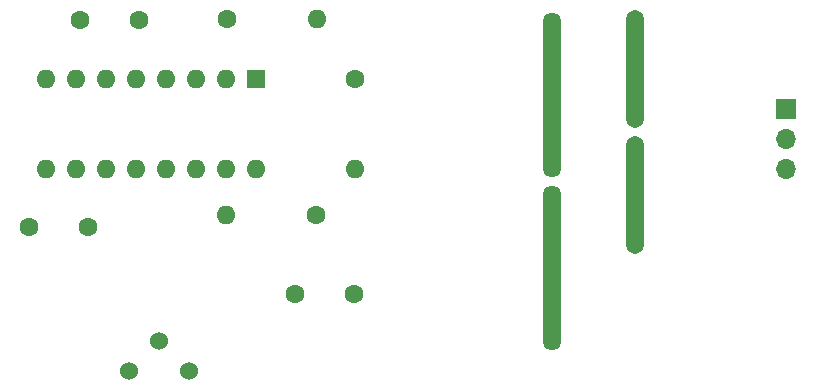
<source format=gbr>
%TF.GenerationSoftware,KiCad,Pcbnew,(5.1.9-0-10_14)*%
%TF.CreationDate,2021-02-09T22:32:08+01:00*%
%TF.ProjectId,f_buzzer,665f6275-7a7a-4657-922e-6b696361645f,rev?*%
%TF.SameCoordinates,Original*%
%TF.FileFunction,Soldermask,Bot*%
%TF.FilePolarity,Negative*%
%FSLAX46Y46*%
G04 Gerber Fmt 4.6, Leading zero omitted, Abs format (unit mm)*
G04 Created by KiCad (PCBNEW (5.1.9-0-10_14)) date 2021-02-09 22:32:08*
%MOMM*%
%LPD*%
G01*
G04 APERTURE LIST*
%ADD10O,1.500000X14.000000*%
%ADD11O,1.500000X10.000000*%
%ADD12O,1.600000X1.600000*%
%ADD13R,1.600000X1.600000*%
%ADD14C,1.524000*%
%ADD15R,1.700000X1.700000*%
%ADD16O,1.700000X1.700000*%
%ADD17C,1.600000*%
G04 APERTURE END LIST*
D10*
%TO.C,BZ1*%
X161740000Y-99680000D03*
X161740000Y-85020000D03*
%TD*%
D11*
%TO.C,BZ2*%
X168810000Y-93490000D03*
X168820000Y-82850000D03*
%TD*%
D12*
%TO.C,U1*%
X136740000Y-91280000D03*
X118960000Y-83660000D03*
X134200000Y-91280000D03*
X121500000Y-83660000D03*
X131660000Y-91280000D03*
X124040000Y-83660000D03*
X129120000Y-91280000D03*
X126580000Y-83660000D03*
X126580000Y-91280000D03*
X129120000Y-83660000D03*
X124040000Y-91280000D03*
X131660000Y-83660000D03*
X121500000Y-91280000D03*
X134200000Y-83660000D03*
X118960000Y-91280000D03*
D13*
X136740000Y-83660000D03*
%TD*%
D14*
%TO.C,RV1*%
X131035000Y-108365000D03*
X125955000Y-108365000D03*
X128495000Y-105825000D03*
%TD*%
D15*
%TO.C,REF\u002A\u002A*%
X181580000Y-86230000D03*
D16*
X181580000Y-88770000D03*
X181580000Y-91310000D03*
%TD*%
D12*
%TO.C,R3*%
X141830000Y-78580000D03*
D17*
X134210000Y-78580000D03*
%TD*%
D12*
%TO.C,R2*%
X134200000Y-95150000D03*
D17*
X141820000Y-95150000D03*
%TD*%
D12*
%TO.C,R1*%
X145120000Y-91280000D03*
D17*
X145120000Y-83660000D03*
%TD*%
%TO.C,C3*%
X145010000Y-101880000D03*
X140010000Y-101880000D03*
%TD*%
%TO.C,C2*%
X122470000Y-96230000D03*
X117470000Y-96230000D03*
%TD*%
%TO.C,C1*%
X121820000Y-78700000D03*
X126820000Y-78700000D03*
%TD*%
M02*

</source>
